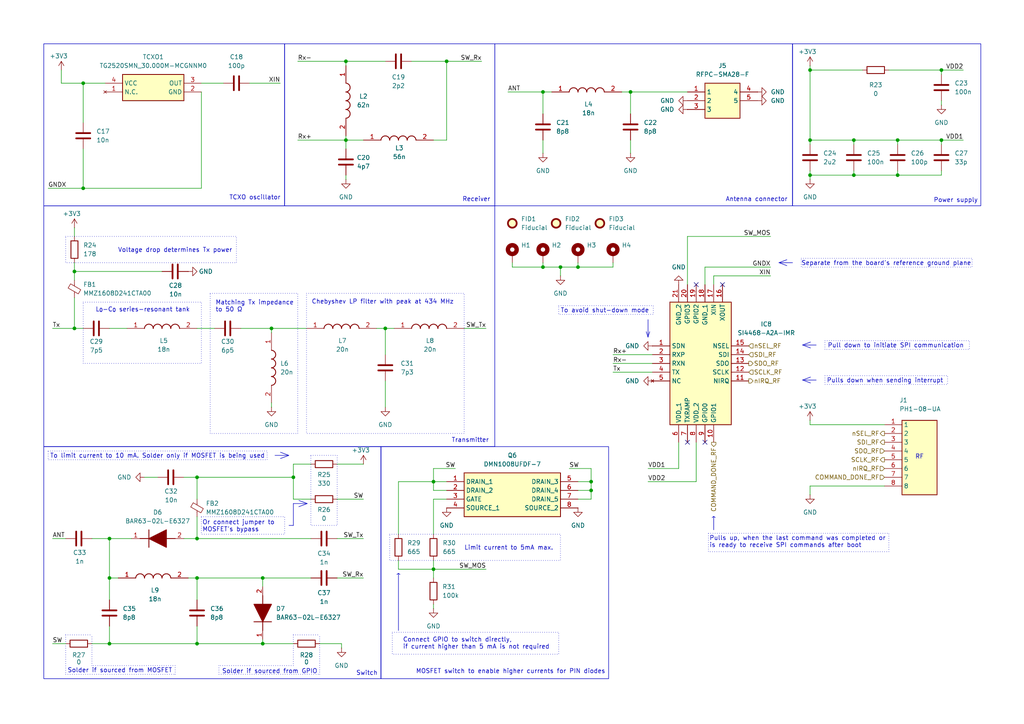
<source format=kicad_sch>
(kicad_sch (version 20231120) (generator "eeschema") (generator_version "8.0")
  (paper "A4")
  (junction (at 76.2 186.69))
  (junction (at 273.05 20.32))
  (junction (at 31.75 167.64))
  (junction (at 100.33 40.64))
  (junction (at 125.73 165.1))
  (junction (at 273.05 40.64))
  (junction (at 76.2 167.64))
  (junction (at 157.48 77.47))
  (junction (at 57.15 186.69))
  (junction (at 234.95 50.8))
  (junction (at 31.75 186.69))
  (junction (at 57.15 156.21))
  (junction (at 129.54 17.78))
  (junction (at 85.09 138.43))
  (junction (at 125.73 139.7))
  (junction (at 260.35 40.64))
  (junction (at 247.65 40.64))
  (junction (at 24.13 24.13))
  (junction (at 157.48 26.67))
  (junction (at 24.13 54.61))
  (junction (at 171.45 142.24))
  (junction (at 111.76 95.25))
  (junction (at 247.65 50.8))
  (junction (at 167.64 77.47))
  (junction (at 162.56 77.47))
  (junction (at 57.15 167.64))
  (junction (at 78.74 95.25))
  (junction (at 234.95 40.64))
  (junction (at 21.59 78.74))
  (junction (at 260.35 50.8))
  (junction (at 182.88 26.67))
  (junction (at 31.75 156.21))
  (junction (at 21.59 95.25))
  (junction (at 57.15 138.43))
  (junction (at 100.33 17.78))
  (junction (at 171.45 139.7))
  (junction (at 234.95 20.32))
  (no_connect (at 204.47 128.27))
  (no_connect (at 201.93 82.55))
  (no_connect (at 209.55 82.55))
  (no_connect (at 199.39 128.27))
  (wire (pts (xy 85.09 144.78) (xy 85.09 138.43)))
  (wire (pts (xy 17.78 20.32) (xy 17.78 24.13)))
  (wire (pts (xy 97.79 167.64) (xy 105.41 167.64)))
  (wire (pts (xy 57.15 181.61) (xy 57.15 186.69)))
  (wire (pts (xy 162.56 80.01) (xy 162.56 77.47)))
  (wire (pts (xy 99.06 186.69) (xy 92.71 186.69)))
  (wire (pts (xy 24.13 24.13) (xy 30.48 24.13)))
  (polyline (pts (xy 85.09 146.05) (xy 85.09 152.4)))
  (wire (pts (xy 53.34 138.43) (xy 57.15 138.43)))
  (wire (pts (xy 171.45 144.78) (xy 171.45 142.24)))
  (wire (pts (xy 182.88 40.64) (xy 182.88 44.45)))
  (polyline (pts (xy 226.06 76.2) (xy 229.87 76.2)))
  (wire (pts (xy 125.73 175.26) (xy 125.73 176.53)))
  (wire (pts (xy 273.05 49.53) (xy 273.05 50.8)))
  (wire (pts (xy 132.08 135.89) (xy 125.73 135.89)))
  (wire (pts (xy 21.59 76.2) (xy 21.59 78.74)))
  (wire (pts (xy 234.95 50.8) (xy 234.95 52.07)))
  (wire (pts (xy 21.59 78.74) (xy 21.59 81.28)))
  (wire (pts (xy 21.59 78.74) (xy 46.99 78.74)))
  (wire (pts (xy 157.48 40.64) (xy 157.48 44.45)))
  (polyline (pts (xy 79.756 132.08) (xy 83.566 132.08)))
  (polyline (pts (xy 83.82 152.4) (xy 85.09 152.4)))
  (wire (pts (xy 134.62 95.25) (xy 140.97 95.25)))
  (wire (pts (xy 177.8 102.87) (xy 189.23 102.87)))
  (wire (pts (xy 85.09 134.62) (xy 85.09 138.43)))
  (wire (pts (xy 247.65 49.53) (xy 247.65 50.8)))
  (wire (pts (xy 125.73 40.64) (xy 129.54 40.64)))
  (wire (pts (xy 199.39 68.58) (xy 199.39 82.55)))
  (wire (pts (xy 15.24 156.21) (xy 19.05 156.21)))
  (wire (pts (xy 273.05 29.21) (xy 273.05 30.48)))
  (wire (pts (xy 78.74 95.25) (xy 78.74 96.52)))
  (wire (pts (xy 207.01 82.55) (xy 207.01 80.01)))
  (wire (pts (xy 125.73 135.89) (xy 125.73 139.7)))
  (wire (pts (xy 99.06 187.96) (xy 99.06 186.69)))
  (wire (pts (xy 125.73 139.7) (xy 129.54 139.7)))
  (wire (pts (xy 260.35 49.53) (xy 260.35 50.8)))
  (wire (pts (xy 129.54 40.64) (xy 129.54 17.78)))
  (wire (pts (xy 78.74 95.25) (xy 88.9 95.25)))
  (wire (pts (xy 273.05 50.8) (xy 260.35 50.8)))
  (wire (pts (xy 234.95 121.92) (xy 234.95 123.19)))
  (polyline (pts (xy 85.09 193.04) (xy 63.5 193.04)) (stroke (width 0) (type dot)))
  (wire (pts (xy 157.48 26.67) (xy 160.02 26.67)))
  (wire (pts (xy 125.73 162.56) (xy 125.73 165.1)))
  (wire (pts (xy 69.85 95.25) (xy 78.74 95.25)))
  (polyline (pts (xy 19.05 184.15) (xy 26.67 184.15)) (stroke (width 0) (type dot)))
  (wire (pts (xy 162.56 77.47) (xy 157.48 77.47)))
  (polyline (pts (xy 63.5 195.58) (xy 66.04 195.58)) (stroke (width 0) (type dot)))
  (polyline (pts (xy 26.67 193.04) (xy 26.67 184.15)) (stroke (width 0) (type dot)))
  (wire (pts (xy 31.75 181.61) (xy 31.75 186.69)))
  (wire (pts (xy 177.8 105.41) (xy 189.23 105.41)))
  (wire (pts (xy 13.97 54.61) (xy 24.13 54.61)))
  (polyline (pts (xy 50.8 193.04) (xy 26.67 193.04)) (stroke (width 0) (type dot)))
  (polyline (pts (xy 63.5 193.04) (xy 63.5 195.58)) (stroke (width 0) (type dot)))
  (wire (pts (xy 57.15 95.25) (xy 62.23 95.25)))
  (wire (pts (xy 100.33 19.05) (xy 100.33 17.78)))
  (wire (pts (xy 76.2 185.42) (xy 76.2 186.69)))
  (wire (pts (xy 31.75 156.21) (xy 38.1 156.21)))
  (polyline (pts (xy 187.96 92.71) (xy 187.96 97.79)))
  (wire (pts (xy 26.67 186.69) (xy 31.75 186.69)))
  (wire (pts (xy 234.95 19.05) (xy 234.95 20.32)))
  (wire (pts (xy 41.91 138.43) (xy 45.72 138.43)))
  (wire (pts (xy 234.95 143.51) (xy 234.95 140.97)))
  (wire (pts (xy 24.13 54.61) (xy 58.42 54.61)))
  (wire (pts (xy 76.2 170.18) (xy 76.2 167.64)))
  (wire (pts (xy 119.38 17.78) (xy 129.54 17.78)))
  (wire (pts (xy 204.47 77.47) (xy 223.52 77.47)))
  (wire (pts (xy 100.33 17.78) (xy 111.76 17.78)))
  (wire (pts (xy 260.35 50.8) (xy 247.65 50.8)))
  (wire (pts (xy 24.13 43.18) (xy 24.13 54.61)))
  (wire (pts (xy 115.57 165.1) (xy 125.73 165.1)))
  (wire (pts (xy 57.15 138.43) (xy 57.15 144.78)))
  (wire (pts (xy 273.05 41.91) (xy 273.05 40.64)))
  (wire (pts (xy 273.05 20.32) (xy 273.05 21.59)))
  (wire (pts (xy 15.24 186.69) (xy 19.05 186.69)))
  (wire (pts (xy 260.35 40.64) (xy 247.65 40.64)))
  (wire (pts (xy 165.1 135.89) (xy 171.45 135.89)))
  (polyline (pts (xy 50.8 195.58) (xy 50.8 193.04)) (stroke (width 0) (type dot)))
  (wire (pts (xy 187.96 139.7) (xy 201.93 139.7)))
  (wire (pts (xy 129.54 142.24) (xy 125.73 142.24)))
  (wire (pts (xy 86.36 17.78) (xy 100.33 17.78)))
  (wire (pts (xy 273.05 40.64) (xy 279.4 40.64)))
  (wire (pts (xy 57.15 149.86) (xy 57.15 156.21)))
  (wire (pts (xy 72.39 24.13) (xy 81.28 24.13)))
  (wire (pts (xy 223.52 68.58) (xy 199.39 68.58)))
  (wire (pts (xy 148.59 76.2) (xy 148.59 77.47)))
  (wire (pts (xy 115.57 162.56) (xy 115.57 165.1)))
  (wire (pts (xy 21.59 95.25) (xy 24.13 95.25)))
  (wire (pts (xy 85.09 134.62) (xy 90.17 134.62)))
  (wire (pts (xy 90.17 144.78) (xy 85.09 144.78)))
  (wire (pts (xy 58.42 54.61) (xy 58.42 26.67)))
  (wire (pts (xy 114.3 95.25) (xy 111.76 95.25)))
  (wire (pts (xy 171.45 139.7) (xy 171.45 135.89)))
  (wire (pts (xy 76.2 167.64) (xy 90.17 167.64)))
  (wire (pts (xy 162.56 77.47) (xy 167.64 77.47)))
  (wire (pts (xy 177.8 76.2) (xy 177.8 77.47)))
  (wire (pts (xy 111.76 102.87) (xy 111.76 95.25)))
  (wire (pts (xy 260.35 41.91) (xy 260.35 40.64)))
  (wire (pts (xy 247.65 41.91) (xy 247.65 40.64)))
  (polyline (pts (xy 19.05 195.58) (xy 50.8 195.58)) (stroke (width 0) (type dot)))
  (wire (pts (xy 157.48 76.2) (xy 157.48 77.47)))
  (wire (pts (xy 97.79 134.62) (xy 105.41 134.62)))
  (wire (pts (xy 17.78 24.13) (xy 24.13 24.13)))
  (wire (pts (xy 24.13 24.13) (xy 24.13 35.56)))
  (polyline (pts (xy 232.918 110.236) (xy 236.728 110.236)))
  (wire (pts (xy 157.48 33.02) (xy 157.48 26.67)))
  (polyline (pts (xy 85.09 184.15) (xy 92.71 184.15)) (stroke (width 0) (type dot)))
  (wire (pts (xy 167.64 76.2) (xy 167.64 77.47)))
  (wire (pts (xy 182.88 26.67) (xy 182.88 33.02)))
  (wire (pts (xy 53.34 156.21) (xy 57.15 156.21)))
  (wire (pts (xy 234.95 20.32) (xy 250.19 20.32)))
  (wire (pts (xy 234.95 140.97) (xy 256.54 140.97)))
  (wire (pts (xy 273.05 20.32) (xy 279.4 20.32)))
  (wire (pts (xy 167.64 77.47) (xy 177.8 77.47)))
  (wire (pts (xy 148.59 77.47) (xy 157.48 77.47)))
  (wire (pts (xy 129.54 17.78) (xy 139.7 17.78)))
  (wire (pts (xy 31.75 167.64) (xy 34.29 167.64)))
  (wire (pts (xy 58.42 24.13) (xy 64.77 24.13)))
  (wire (pts (xy 125.73 154.94) (xy 125.73 144.78)))
  (wire (pts (xy 177.8 107.95) (xy 189.23 107.95)))
  (wire (pts (xy 257.81 20.32) (xy 273.05 20.32)))
  (polyline (pts (xy 19.05 184.15) (xy 19.05 195.58)) (stroke (width 0) (type dot)))
  (wire (pts (xy 234.95 50.8) (xy 247.65 50.8)))
  (wire (pts (xy 187.96 135.89) (xy 196.85 135.89)))
  (wire (pts (xy 260.35 40.64) (xy 273.05 40.64)))
  (wire (pts (xy 125.73 165.1) (xy 125.73 167.64)))
  (wire (pts (xy 115.57 139.7) (xy 125.73 139.7)))
  (wire (pts (xy 125.73 144.78) (xy 129.54 144.78)))
  (wire (pts (xy 100.33 50.8) (xy 100.33 52.07)))
  (wire (pts (xy 57.15 186.69) (xy 76.2 186.69)))
  (wire (pts (xy 31.75 173.99) (xy 31.75 167.64)))
  (wire (pts (xy 147.32 26.67) (xy 157.48 26.67)))
  (polyline (pts (xy 92.71 195.58) (xy 92.71 184.15)) (stroke (width 0) (type dot)))
  (wire (pts (xy 180.34 26.67) (xy 182.88 26.67)))
  (wire (pts (xy 21.59 66.04) (xy 21.59 68.58)))
  (wire (pts (xy 234.95 49.53) (xy 234.95 50.8)))
  (wire (pts (xy 97.79 144.78) (xy 105.41 144.78)))
  (wire (pts (xy 196.85 135.89) (xy 196.85 128.27)))
  (wire (pts (xy 234.95 40.64) (xy 247.65 40.64)))
  (wire (pts (xy 182.88 26.67) (xy 199.39 26.67)))
  (wire (pts (xy 26.67 156.21) (xy 31.75 156.21)))
  (polyline (pts (xy 232.918 100.076) (xy 236.728 100.076)))
  (wire (pts (xy 21.59 86.36) (xy 21.59 95.25)))
  (wire (pts (xy 57.15 167.64) (xy 57.15 173.99)))
  (wire (pts (xy 111.76 95.25) (xy 109.22 95.25)))
  (wire (pts (xy 234.95 20.32) (xy 234.95 40.64)))
  (wire (pts (xy 31.75 156.21) (xy 31.75 167.64)))
  (wire (pts (xy 234.95 40.64) (xy 234.95 41.91)))
  (wire (pts (xy 100.33 40.64) (xy 105.41 40.64)))
  (polyline (pts (xy 115.57 166.37) (xy 115.57 182.88)))
  (wire (pts (xy 201.93 128.27) (xy 201.93 139.7)))
  (polyline (pts (xy 85.09 184.15) (xy 85.09 193.04)) (stroke (width 0) (type dot)))
  (wire (pts (xy 100.33 40.64) (xy 100.33 43.18)))
  (polyline (pts (xy 66.04 195.58) (xy 92.71 195.58)) (stroke (width 0) (type dot)))
  (wire (pts (xy 86.36 40.64) (xy 100.33 40.64)))
  (wire (pts (xy 15.24 95.25) (xy 21.59 95.25)))
  (wire (pts (xy 204.47 77.47) (xy 204.47 82.55)))
  (wire (pts (xy 167.64 142.24) (xy 171.45 142.24)))
  (wire (pts (xy 57.15 156.21) (xy 90.17 156.21)))
  (wire (pts (xy 97.79 156.21) (xy 105.41 156.21)))
  (wire (pts (xy 31.75 95.25) (xy 36.83 95.25)))
  (wire (pts (xy 207.01 80.01) (xy 223.52 80.01)))
  (wire (pts (xy 76.2 186.69) (xy 85.09 186.69)))
  (wire (pts (xy 115.57 154.94) (xy 115.57 139.7)))
  (wire (pts (xy 76.2 167.64) (xy 57.15 167.64)))
  (wire (pts (xy 171.45 144.78) (xy 167.64 144.78)))
  (polyline (pts (xy 207.01 149.86) (xy 207.01 153.67)))
  (wire (pts (xy 125.73 142.24) (xy 125.73 139.7)))
  (wire (pts (xy 54.61 167.64) (xy 57.15 167.64)))
  (wire (pts (xy 167.64 139.7) (xy 171.45 139.7)))
  (wire (pts (xy 100.33 39.37) (xy 100.33 40.64)))
  (wire (pts (xy 78.74 116.84) (xy 78.74 118.11)))
  (polyline (pts (xy 85.09 146.05) (xy 88.9 146.05)))
  (wire (pts (xy 85.09 138.43) (xy 57.15 138.43)))
  (wire (pts (xy 111.76 110.49) (xy 111.76 118.11)))
  (wire (pts (xy 234.95 123.19) (xy 256.54 123.19)))
  (wire (pts (xy 171.45 142.24) (xy 171.45 139.7)))
  (wire (pts (xy 31.75 186.69) (xy 57.15 186.69)))
  (wire (pts (xy 125.73 165.1) (xy 140.97 165.1)))
  (rectangle (start 13.97 130.81) (end 77.47 133.35) (stroke (width 0) (type dot)))
  (rectangle (start 205.486 154.686) (end 257.81 160.02) (stroke (width 0) (type dot)))
  (rectangle (start 239.268 108.966) (end 274.828 111.506) (stroke (width 0) (type dot)))
  (rectangle (start 82.55 12.7) (end 143.51 59.69))
  (rectangle (start 12.7 59.69) (end 143.51 129.54))
  (rectangle (start 90.17 132.08) (end 97.79 152.4) (stroke (width 0) (type dot)))
  (rectangle (start 24.13 87.63) (end 58.42 105.41) (stroke (width 0) (type dot)))
  (rectangle (start 58.42 149.86) (end 82.55 154.94) (stroke (width 0) (type dot)))
  (rectangle (start 113.03 154.94) (end 162.56 162.56) (stroke (width 0) (type dot)))
  (rectangle (start 229.87 12.7) (end 284.48 59.69))
  (rectangle (start 19.05 68.58) (end 68.58 76.2) (stroke (width 0) (type dot)))
  (rectangle (start 113.792 183.388) (end 162.052 189.738) (stroke (width 0) (type dot)))
  (rectangle (start 110.49 129.54) (end 176.53 196.85))
  (rectangle (start 232.41 74.93) (end 281.94 77.47) (stroke (width 0) (type dot)))
  (rectangle (start 143.51 12.7) (end 229.87 59.69))
  (rectangle (start 12.7 12.7) (end 82.55 59.69))
  (rectangle (start 239.268 98.806) (end 281.178 101.346) (stroke (width 0) (type dot)))
  (rectangle (start 162.052 88.646) (end 189.484 91.186) (stroke (width 0) (type dot)))
  (rectangle (start 12.7 129.54) (end 110.49 196.85))
  (rectangle (start 60.96 85.09) (end 86.36 125.73) (stroke (width 0) (type dot)))
  (rectangle (start 88.9 85.09) (end 134.62 125.73) (stroke (width 0) (type dot)))
  (text ">" (at 82.55 132.08 0) (effects (font (size 3.175 3.175))))
  (text "Antenna connector" (at 219.456 57.912 0) (effects (font (size 1.27 1.27))))
  (text "Receiver" (at 138.176 57.912 0) (effects (font (size 1.27 1.27))))
  (text ">" (at 87.884 146.05 0) (effects (font (size 3.175 3.175))))
  (text "^" (at 114.808 167.894 0) (effects (font (size 2.3 2.3)) (justify left)))
  (text "Separate from the board's reference ground plane" (at 232.41 76.454 0) (effects (font (size 1.27 1.27)) (justify left)))
  (text "Switch" (at 106.426 195.326 0) (effects (font (size 1.27 1.27))))
  (text "Pulls up, when the last command was completed or\nis ready to receive SPI commands after boot" (at 205.74 157.226 0) (effects (font (size 1.27 1.27)) (justify left)))
  (text "RF" (at 266.7 132.588 0) (effects (font (size 1.27 1.27))))
  (text "Solder if sourced from MOSFET" (at 19.558 194.564 0) (effects (font (size 1.27 1.27)) (justify left)))
  (text "To limit current to 10 mA. Solder only if MOSFET is being used" (at 14.478 132.334 0) (effects (font (size 1.27 1.27)) (justify left)))
  (text "Chebyshev LP filter with peak at 434 MHz" (at 110.998 87.63 0) (effects (font (size 1.27 1.27))))
  (text "Or connect jumper to \nMOSFET's bypass" (at 58.674 152.654 0) (effects (font (size 1.27 1.27)) (justify left)))
  (text "Solder if sourced from GPIO" (at 78.232 194.818 0) (effects (font (size 1.27 1.27))))
  (text "<" (at 227.076 76.2 0) (effects (font (size 3 3))))
  (text "Limit current to 5mA max." (at 147.574 159.004 0) (effects (font (size 1.27 1.27))))
  (text "<" (at 233.934 100.076 0) (effects (font (size 3 3))))
  (text "Voltage drop determines Tx power" (at 50.8 72.644 0) (effects (font (size 1.27 1.27))))
  (text "Pulls down when sending interrupt" (at 239.776 110.49 0) (effects (font (size 1.27 1.27)) (justify left)))
  (text "Transmitter" (at 136.398 127.762 0) (effects (font (size 1.27 1.27))))
  (text "^" (at 206.248 151.384 0) (effects (font (size 2.3 2.3)) (justify left)))
  (text "To avoid shut-down mode" (at 162.56 90.17 0) (effects (font (size 1.27 1.27)) (justify left)))
  (text "Pull down to initiate SPI communication" (at 240.03 100.33 0) (effects (font (size 1.27 1.27)) (justify left)))
  (text "Connect GPIO to switch directly, \nif current higher than 5 mA is not required" (at 116.84 186.69 0) (effects (font (size 1.27 1.27)) (justify left)))
  (text "Power supply" (at 270.764 58.166 0) (effects (font (size 1.27 1.27)) (justify left)))
  (text "Matching Tx impedance \nto 50 Ω" (at 62.484 88.9 0) (effects (font (size 1.27 1.27)) (justify left)))
  (text "V" (at 187.198 97.282 0) (effects (font (size 1.5 1.5)) (justify left)))
  (text "<" (at 233.934 110.236 0) (effects (font (size 3 3))))
  (text "MOSFET switch to enable higher currents for PIN diodes " (at 148.59 194.818 0) (effects (font (size 1.27 1.27))))
  (text "TCXO oscillator " (at 74.422 57.404 0) (effects (font (size 1.27 1.27))))
  (text "L_{0}-C_{0} series-resonant tank" (at 41.402 89.916 0) (effects (font (size 1.27 1.27))))
  (label "ANT" (at 147.32 26.67 0))
  (label "Rx+" (at 177.8 102.87 0))
  (label "VDD1" (at 187.96 135.89 0))
  (label "SW" (at 105.41 144.78 180))
  (label "SW" (at 165.1 135.89 0))
  (label "Tx" (at 177.8 107.95 0))
  (label "SW_Tx" (at 105.41 156.21 180))
  (label "SW_Tx" (at 140.97 95.25 180))
  (label "Rx-" (at 86.36 17.78 0))
  (label "GNDX" (at 223.52 77.47 180))
  (label "SW" (at 15.24 186.69 0))
  (label "VDD2" (at 187.96 139.7 0))
  (label "ANT" (at 15.24 156.21 0))
  (label "XIN" (at 81.28 24.13 180))
  (label "SW" (at 132.08 135.89 180))
  (label "XIN" (at 223.52 80.01 180))
  (label "SW_Rx" (at 105.41 167.64 180))
  (label "Tx" (at 15.24 95.25 0))
  (label "SW_MOS" (at 223.52 68.58 180))
  (label "GNDX" (at 13.97 54.61 0))
  (label "SW_Rx" (at 139.7 17.78 180))
  (label "SW_MOS" (at 140.97 165.1 180))
  (label "VDD1" (at 279.4 40.64 180))
  (label "Rx-" (at 177.8 105.41 0))
  (label "Rx+" (at 86.36 40.64 0))
  (label "VDD2" (at 279.4 20.32 180))
  (hierarchical_label "SDO_RF" (shape output) (at 217.17 105.41 0))
  (hierarchical_label "SDI_RF" (shape output) (at 256.54 128.27 180))
  (hierarchical_label "COMMAND_DONE_RF" (shape output) (at 207.01 128.27 270))
  (hierarchical_label "SDI_RF" (shape input) (at 217.17 102.87 0))
  (hierarchical_label "SCLK_RF" (shape output) (at 256.54 133.35 180))
  (hierarchical_label "nIRQ_RF" (shape output) (at 217.17 110.49 0))
  (hierarchical_label "nIRQ_RF" (shape input) (at 256.54 135.89 180))
  (hierarchical_label "COMMAND_DONE_RF" (shape input) (at 256.54 138.43 180))
  (hierarchical_label "nSEL_RF" (shape output) (at 256.54 125.73 180))
  (hierarchical_label "nSEL_RF" (shape input) (at 217.17 100.33 0))
  (hierarchical_label "SCLK_RF" (shape input) (at 217.17 107.95 0))
  (hierarchical_label "SDO_RF" (shape input) (at 256.54 130.81 180))
  (symbol (lib_id "power:GND") (at 167.64 147.32 0) (unit 1)
    (property "Reference" "#PWR089" (effects (hide yes)))
    (property "Value" "GND" (at 167.64 152.4 0))
    (property "Description" "Power symbol creates a global label with name \"GND\" , ground" (effects (hide yes)))
  )
  (symbol (lib_id "power:+3V3") (at 105.41 134.62 0) (unit 1)
    (property "Reference" "#PWR078" (effects (hide yes)))
    (property "Value" "+3V3" (at 104.648 130.556 0))
    (property "Description" "Power symbol creates a global label with name \"+3V3\"" (effects (hide yes)))
  )
  (symbol (lib_id "Device:C") (at 66.04 95.25 90) (unit 1)
    (property "Reference" "C30" (at 66.04 99.06 90))
    (property "Value" "6p5" (at 66.04 101.6 90))
    (property "Footprint" "Capacitor_SMD:C_0402_1005Metric" (effects (hide yes)))
    (property "Description" "Unpolarized capacitor" (effects (hide yes)))
  )
  (symbol (lib_id "power:+3V3") (at 234.95 19.05 0) (unit 1)
    (property "Reference" "#PWR093" (effects (hide yes)))
    (property "Value" "+3V3" (at 234.188 14.986 0))
    (property "Description" "Power symbol creates a global label with name \"+3V3\"" (effects (hide yes)))
  )
  (symbol (lib_id "SamacSys_Parts:TG2520SMN_30.000M-MCGNNM0") (at 30.48 24.13 0) (unit 1)
    (property "Reference" "TCXO1" (at 44.45 16.51 0))
    (property "Value" "TG2520SMN_30.000M-MCGNNM0" (at 44.45 19.05 0))
    (property "Footprint" "TG2520SMN30000MMCGNNM0" (effects (hide yes)))
    (property "Datasheet" "https://support.epson.biz/td/api/doc_check.php?dl=brief_TG2520SMN&lang=en" (effects (hide yes)))
    (property "Description" "TCXO Oscillators TCXO 30 MHz, 2.8V 3.3V 0.5PPM -40 85C NON O/E 1K TR" (effects (hide yes)))
    (property "Height" "0.8" (effects (hide yes)))
    (property "Manufacturer_Name" "Epson Timing" (effects (hide yes)))
    (property "Manufacturer_Part_Number" "TG2520SMN 30.000M-MCGNNM0" (effects (hide yes)))
    (property "Mouser Part Number" "732-2520SMN30MCGNNM0" (effects (hide yes)))
    (property "Mouser Price/Stock" "https://www.mouser.co.uk/ProductDetail/Epson-Timing/TG2520SMN-30.000M-MCGNNM0?qs=XAiT9M5g4x8WUmlIG9y14Q%3D%3D" (effects (hide yes)))
  )
  (symbol (lib_id "Device:C") (at 260.35 45.72 0) (unit 1)
    (property "Reference" "C26" (at 264.16 44.4499 0) (effects (justify left)))
    (property "Value" "100p" (at 264.16 46.9899 0) (effects (justify left)))
    (property "Footprint" "Capacitor_SMD:C_0603_1608Metric" (effects (hide yes)))
    (property "Description" "Unpolarized capacitor" (effects (hide yes)))
  )
  (symbol (lib_id "power:GND") (at 219.71 29.21 90) (unit 1)
    (property "Reference" "#PWR085" (effects (hide yes)))
    (property "Value" "GND" (at 223.52 29.2099 90) (effects (justify right)))
    (property "Description" "Power symbol creates a global label with name \"GND\" , ground" (effects (hide yes)))
  )
  (symbol (lib_id "power:GND") (at 182.88 44.45 0) (unit 1)
    (property "Reference" "#PWR082" (effects (hide yes)))
    (property "Value" "GND" (at 182.88 49.53 0))
    (property "Description" "Power symbol creates a global label with name \"GND\" , ground" (effects (hide yes)))
  )
  (symbol (lib_id "power:GND") (at 199.39 31.75 270) (unit 1)
    (property "Reference" "#PWR084" (effects (hide yes)))
    (property "Value" "GND" (at 195.58 31.7499 90) (effects (justify right)))
    (property "Description" "Power symbol creates a global label with name \"GND\" , ground" (effects (hide yes)))
  )
  (symbol (lib_id "Device:R") (at 125.73 158.75 180) (unit 1)
    (property "Reference" "R30" (at 130.302 157.48 0))
    (property "Value" "665" (at 130.302 160.02 0))
    (property "Footprint" "Resistor_SMD:R_0402_1005Metric" (effects (hide yes)))
    (property "Description" "Resistor" (effects (hide yes)))
  )
  (symbol (lib_id "SamacSys_Parts:LQW15AN20NG00D") (at 160.02 26.67 0) (unit 1)
    (property "Reference" "L4" (at 170.688 30.226 0))
    (property "Value" "18n" (at 170.688 32.766 0))
    (property "Footprint" "LQW15CNR20J00B" (effects (hide yes)))
    (property "Datasheet" "https://search.murata.co.jp/Ceramy/image/img/P02/JELF243A-0050.pdf" (effects (hide yes)))
    (property "Description" "Murata LQW15A Series Wire-wound SMD Inductor with a Ferrite Core, 0.02 uH +/-2% 370mA Idc Q:25" (effects (hide yes)))
    (property "Height" "0.6" (effects (hide yes)))
    (property "Manufacturer_Name" "Murata Electronics" (effects (hide yes)))
    (property "Manufacturer_Part_Number" "LQW15AN20NG00D" (effects (hide yes)))
    (property "Mouser Part Number" "81-LQW15AN20NG00D" (effects (hide yes)))
    (property "Mouser Price/Stock" "https://www.mouser.com/Search/Refine.aspx?Keyword=81-LQW15AN20NG00D" (effects (hide yes)))
    (property "Arrow Part Number" "LQW15AN20NG00D" (effects (hide yes)))
    (property "Arrow Price/Stock" "https://www.arrow.com/en/products/lqw15an20ng00d/murata-manufacturing?region=nac" (effects (hide yes)))
  )
  (symbol (lib_id "Device:R") (at 21.59 72.39 0) (unit 1)
    (property "Reference" "R24" (at 24.13 71.1199 0) (effects (justify left)))
    (property "Value" "178" (at 24.13 73.6599 0) (effects (justify left)))
    (property "Footprint" "Resistor_SMD:R_0402_1005Metric" (effects (hide yes)))
    (property "Description" "Resistor" (effects (hide yes)))
  )
  (symbol (lib_id "power:+3V3") (at 21.59 66.04 0) (unit 1)
    (property "Reference" "#PWR076" (effects (hide yes)))
    (property "Value" "+3V3" (at 20.828 61.976 0))
    (property "Description" "Power symbol creates a global label with name \"+3V3\"" (effects (hide yes)))
  )
  (symbol (lib_id "power:GND") (at 234.95 143.51 0) (unit 1)
    (property "Reference" "#PWR02" (effects (hide yes)))
    (property "Value" "GND" (at 234.95 148.59 0))
    (property "Description" "Power symbol creates a global label with name \"GND\" , ground" (effects (hide yes)))
  )
  (symbol (lib_id "power:GND") (at 189.23 110.49 270) (unit 1)
    (property "Reference" "#PWR090" (effects (hide yes)))
    (property "Value" "GND" (at 185.42 110.4899 90) (effects (justify right)))
    (property "Description" "Power symbol creates a global label with name \"GND\" , ground" (effects (hide yes)))
  )
  (symbol (lib_id "power:GND") (at 157.48 44.45 0) (unit 1)
    (property "Reference" "#PWR081" (effects (hide yes)))
    (property "Value" "GND" (at 157.48 49.53 0))
    (property "Description" "Power symbol creates a global label with name \"GND\" , ground" (effects (hide yes)))
  )
  (symbol (lib_id "power:GND") (at 111.76 118.11 0) (unit 1)
    (property "Reference" "#PWR062" (effects (hide yes)))
    (property "Value" "GND" (at 111.76 123.19 0))
    (property "Description" "Power symbol creates a global label with name \"GND\" , ground" (effects (hide yes)))
  )
  (symbol (lib_id "Device:C") (at 57.15 177.8 0) (unit 1)
    (property "Reference" "C36" (at 60.96 176.5299 0) (effects (justify left)))
    (property "Value" "8p8" (at 60.96 179.0699 0) (effects (justify left)))
    (property "Footprint" "Capacitor_SMD:C_0402_1005Metric" (effects (hide yes)))
    (property "Description" "Unpolarized capacitor" (effects (hide yes)))
  )
  (symbol (lib_id "SamacSys_Parts:LQW15AN20NG00D") (at 88.9 95.25 0) (unit 1)
    (property "Reference" "L7" (at 99.314 98.806 0))
    (property "Value" "20n" (at 99.314 101.346 0))
    (property "Footprint" "LQW15CNR20J00B" (effects (hide yes)))
    (property "Datasheet" "https://search.murata.co.jp/Ceramy/image/img/P02/JELF243A-0050.pdf" (effects (hide yes)))
    (property "Description" "Murata LQW15A Series Wire-wound SMD Inductor with a Ferrite Core, 0.02 uH +/-2% 370mA Idc Q:25" (effects (hide yes)))
    (property "Height" "0.6" (effects (hide yes)))
    (property "Manufacturer_Name" "Murata Electronics" (effects (hide yes)))
    (property "Manufacturer_Part_Number" "LQW15AN20NG00D" (effects (hide yes)))
    (property "Mouser Part Number" "81-LQW15AN20NG00D" (effects (hide yes)))
    (property "Mouser Price/Stock" "https://www.mouser.com/Search/Refine.aspx?Keyword=81-LQW15AN20NG00D" (effects (hide yes)))
    (property "Arrow Part Number" "LQW15AN20NG00D" (effects (hide yes)))
    (property "Arrow Price/Stock" "https://www.arrow.com/en/products/lqw15an20ng00d/murata-manufacturing?region=nac" (effects (hide yes)))
  )
  (symbol (lib_id "Device:R") (at 88.9 186.69 270) (unit 1)
    (property "Reference" "R28" (at 88.9 189.992 90))
    (property "Value" "0" (at 88.9 192.024 90))
    (property "Footprint" "Resistor_SMD:R_0603_1608Metric" (effects (hide yes)))
    (property "Description" "Resistor" (effects (hide yes)))
  )
  (symbol (lib_id "Device:C") (at 31.75 177.8 0) (unit 1)
    (property "Reference" "C35" (at 35.56 176.5299 0) (effects (justify left)))
    (property "Value" "8p8" (at 35.56 179.0699 0) (effects (justify left)))
    (property "Footprint" "Capacitor_SMD:C_0402_1005Metric" (effects (hide yes)))
    (property "Description" "Unpolarized capacitor" (effects (hide yes)))
  )
  (symbol (lib_id "power:GND") (at 54.61 78.74 90) (unit 1)
    (property "Reference" "#PWR074" (effects (hide yes)))
    (property "Value" "GND" (at 59.69 78.74 90))
    (property "Description" "Power symbol creates a global label with name \"GND\" , ground" (effects (hide yes)))
  )
  (symbol (lib_id "power:GND") (at 41.91 138.43 270) (unit 1)
    (property "Reference" "#PWR077" (effects (hide yes)))
    (property "Value" "GND" (at 38.1 138.4299 90) (effects (justify right)))
    (property "Description" "Power symbol creates a global label with name \"GND\" , ground" (effects (hide yes)))
  )
  (symbol (lib_id "Device:R") (at 125.73 171.45 0) (unit 1)
    (property "Reference" "R31" (at 128.27 170.18 0) (effects (justify left)))
    (property "Value" "100k" (at 128.27 172.72 0) (effects (justify left)))
    (property "Footprint" "Resistor_SMD:R_0402_1005Metric" (effects (hide yes)))
    (property "Description" "Resistor" (effects (hide yes)))
  )
  (symbol (lib_id "SamacSys_Parts:RFPC-SMA28-F") (at 199.39 26.67 0) (unit 1)
    (property "Reference" "J5" (at 209.55 19.05 0))
    (property "Value" "RFPC-SMA28-F" (at 209.55 21.59 0))
    (property "Footprint" "RFPCSMA28F" (effects (hide yes)))
    (property "Datasheet" "https://www.gradconn.com/Products/RFConnector/PCBConnector/RFPC-SMA28-F?fbclid=IwZXh0bgNhZW0CMTEAAR09Qew3iKAi8gaSNFNSrnLXO8O0tsXvAWH8PB3TmdE2p-pfH-dhvwfyNcU_aem_Czrii3CnLYG8NfbgDU-ugg" (effects (hide yes)))
    (property "Description" "SMA Connector Jack, Female Socket 50 Ohms Through Hole Solder" (effects (hide yes)))
    (property "Height" "9.8" (effects (hide yes)))
    (property "Manufacturer_Name" "Gradconn" (effects (hide yes)))
    (property "Manufacturer_Part_Number" "RFPC-SMA28-F" (effects (hide yes)))
    (property "Mouser Part Number" "640-RFPCSMA28F" (effects (hide yes)))
    (property "Mouser Price/Stock" "https://www.mouser.co.uk/ProductDetail/Gradconn/RFPC-SMA28-F?qs=olJun0bQHM%252BSsX2%2FRiEejA%3D%3D" (effects (hide yes)))
  )
  (symbol (lib_id "Device:C") (at 27.94 95.25 90) (unit 1)
    (property "Reference" "C29" (at 27.94 99.06 90))
    (property "Value" "7p5" (at 27.94 101.6 90))
    (property "Footprint" "Capacitor_SMD:C_0402_1005Metric" (effects (hide yes)))
    (property "Description" "Unpolarized capacitor" (effects (hide yes)))
  )
  (symbol (lib_id "Device:FerriteBead_Small") (at 21.59 83.82 0) (unit 1)
    (property "Reference" "FB1" (at 24.13 82.5118 0) (effects (justify left)))
    (property "Value" "MMZ1608D241CTA00" (at 24.13 85.0518 0) (effects (justify left)))
    (property "Footprint" "SamacSys_Parts:BEADC1608X95N" (effects (hide yes)))
    (property "Description" "Ferrite bead, small symbol" (effects (hide yes)))
  )
  (symbol (lib_id "power:GND") (at 100.33 52.07 0) (unit 1)
    (property "Reference" "#PWR063" (effects (hide yes)))
    (property "Value" "GND" (at 100.33 57.15 0))
    (property "Description" "Power symbol creates a global label with name \"GND\" , ground" (effects (hide yes)))
  )
  (symbol (lib_id "power:GND") (at 199.39 29.21 270) (unit 1)
    (property "Reference" "#PWR083" (effects (hide yes)))
    (property "Value" "GND" (at 195.58 29.2099 90) (effects (justify right)))
    (property "Description" "Power symbol creates a global label with name \"GND\" , ground" (effects (hide yes)))
  )
  (symbol (lib_id "Device:C") (at 68.58 24.13 90) (unit 1)
    (property "Reference" "C18" (at 68.58 16.51 90))
    (property "Value" "100p" (at 68.58 19.05 90))
    (property "Footprint" "Capacitor_SMD:C_0402_1005Metric" (effects (hide yes)))
    (property "Description" "Unpolarized capacitor" (effects (hide yes)))
  )
  (symbol (lib_id "Device:C") (at 50.8 78.74 270) (unit 1)
    (property "Reference" "C28" (at 52.832 82.804 90) (effects (justify right)))
    (property "Value" "10n" (at 52.832 85.344 90) (effects (justify right)))
    (property "Footprint" "Capacitor_SMD:C_0402_1005Metric" (effects (hide yes)))
    (property "Description" "Unpolarized capacitor" (effects (hide yes)))
  )
  (symbol (lib_id "Device:R") (at 115.57 158.75 0) (unit 1)
    (property "Reference" "R29" (at 118.11 157.4799 0) (effects (justify left)))
    (property "Value" "665" (at 118.11 160.0199 0) (effects (justify left)))
    (property "Footprint" "Resistor_SMD:R_0402_1005Metric" (effects (hide yes)))
    (property "Description" "Resistor" (effects (hide yes)))
  )
  (symbol (lib_id "Device:C") (at 273.05 45.72 0) (unit 1)
    (property "Reference" "C27" (at 276.86 44.4499 0) (effects (justify left)))
    (property "Value" "33p" (at 276.86 46.9899 0) (effects (justify left)))
    (property "Footprint" "Capacitor_SMD:C_0402_1005Metric" (effects (hide yes)))
    (property "Description" "Unpolarized capacitor" (effects (hide yes)))
  )
  (symbol (lib_id "Device:R") (at 22.86 186.69 270) (unit 1)
    (property "Reference" "R27" (at 22.86 189.992 90))
    (property "Value" "0" (at 22.86 192.024 90))
    (property "Footprint" "Resistor_SMD:R_0603_1608Metric" (effects (hide yes)))
    (property "Description" "Resistor" (effects (hide yes)))
  )
  (symbol (lib_id "power:GND") (at 129.54 147.32 0) (unit 1)
    (property "Reference" "#PWR088" (effects (hide yes)))
    (property "Value" "GND" (at 129.54 152.4 0))
    (property "Description" "Power symbol creates a global label with name \"GND\" , ground" (effects (hide yes)))
  )
  (symbol (lib_id "Device:C") (at 93.98 156.21 90) (unit 1)
    (property "Reference" "C34" (at 93.98 160.528 90))
    (property "Value" "1n" (at 93.98 163.068 90))
    (property "Footprint" "Capacitor_SMD:C_0402_1005Metric" (effects (hide yes)))
    (property "Description" "Unpolarized capacitor" (effects (hide yes)))
  )
  (symbol (lib_id "SamacSys_Parts:LQW15AN20NG00D") (at 78.74 96.52 270) (unit 1)
    (property "Reference" "L6" (at 81.28 105.4099 90) (effects (justify left)))
    (property "Value" "20n" (at 81.28 107.9499 90) (effects (justify left)))
    (property "Footprint" "LQW15CNR20J00B" (effects (hide yes)))
    (property "Datasheet" "https://search.murata.co.jp/Ceramy/image/img/P02/JELF243A-0050.pdf" (effects (hide yes)))
    (property "Description" "Murata LQW15A Series Wire-wound SMD Inductor with a Ferrite Core, 0.02 uH +/-2% 370mA Idc Q:25" (effects (hide yes)))
    (property "Height" "0.6" (effects (hide yes)))
    (property "Manufacturer_Name" "Murata Electronics" (effects (hide yes)))
    (property "Manufacturer_Part_Number" "LQW15AN20NG00D" (effects (hide yes)))
    (property "Mouser Part Number" "81-LQW15AN20NG00D" (effects (hide yes)))
    (property "Mouser Price/Stock" "https://www.mouser.com/Search/Refine.aspx?Keyword=81-LQW15AN20NG00D" (effects (hide yes)))
    (property "Arrow Part Number" "LQW15AN20NG00D" (effects (hide yes)))
    (property "Arrow Price/Stock" "https://www.arrow.com/en/products/lqw15an20ng00d/murata-manufacturing?region=nac" (effects (hide yes)))
  )
  (symbol (lib_id "power:GND") (at 125.73 176.53 0) (unit 1)
    (property "Reference" "#PWR087" (effects (hide yes)))
    (property "Value" "GND" (at 125.73 181.61 0))
    (property "Description" "Power symbol creates a global label with name \"GND\" , ground" (effects (hide yes)))
  )
  (symbol (lib_id "power:+3V3") (at 17.78 20.32 0) (unit 1)
    (property "Reference" "#PWR075" (effects (hide yes)))
    (property "Value" "+3V3" (at 17.018 16.256 0))
    (property "Description" "Power symbol creates a global label with name \"+3V3\"" (effects (hide yes)))
  )
  (symbol (lib_id "power:GND") (at 234.95 52.07 0) (unit 1)
    (property "Reference" "#PWR094" (effects (hide yes)))
    (property "Value" "GND" (at 234.95 57.15 0))
    (property "Description" "Power symbol creates a global label with name \"GND\" , ground" (effects (hide yes)))
  )
  (symbol (lib_name "PH1-08-UA_1") (lib_id "SamacSys_Parts:PH1-08-UA") (at 256.54 123.19 0) (unit 1)
    (property "Reference" "J1" (at 260.858 116.078 0) (effects (justify left)))
    (property "Value" "PH1-08-UA" (at 260.858 118.618 0) (effects (justify left)))
    (property "Footprint" "HDRV8W64P0X254_1X8_2032X250X888P" (effects (hide yes)))
    (property "Datasheet" "https://app.adam-tech.com/products/download/data_sheet/201605/ph1-xx-ua-data-sheet.pdf" (effects (hide yes)))
    (property "Description" "Conn Unshrouded Header HDR 8 POS 2.54mm Solder ST Thru-Hole" (effects (hide yes)))
    (property "Height" "8.881" (effects (hide yes)))
    (property "Manufacturer_Name" "Adam Tech" (effects (hide yes)))
    (property "Manufacturer_Part_Number" "PH1-08-UA" (effects (hide yes)))
    (property "Mouser Part Number" "737-PH1-08-UA" (effects (hide yes)))
    (property "Mouser Price/Stock" "https://www.mouser.co.uk/ProductDetail/Adam-Tech/PH1-08-UA?qs=HoCaDK9Nz5fwefM2nMHXHA%3D%3D" (effects (hide yes)))
    (property "Arrow Part Number" "PH1-08-UA" (effects (hide yes)))
    (property "Arrow Price/Stock" "https://www.arrow.com/en/products/ph1-08-ua/adam-tech?utm_currency=USD&region=nac" (effects (hide yes)))
  )
  (symbol (lib_id "Device:C") (at 115.57 17.78 90) (unit 1)
    (property "Reference" "C19" (at 115.57 22.352 90))
    (property "Value" "2p2" (at 115.57 24.892 90))
    (property "Footprint" "Capacitor_SMD:C_0402_1005Metric" (effects (hide yes)))
    (property "Description" "Unpolarized capacitor" (effects (hide yes)))
  )
  (symbol (lib_id "SamacSys_Parts:LQW15AN20NG00D") (at 100.33 19.05 270) (unit 1)
    (property "Reference" "L2" (at 105.41 27.94 90))
    (property "Value" "62n" (at 105.41 30.48 90))
    (property "Footprint" "LQW15CNR20J00B" (effects (hide yes)))
    (property "Datasheet" "https://search.murata.co.jp/Ceramy/image/img/P02/JELF243A-0050.pdf" (effects (hide yes)))
    (property "Description" "Murata LQW15A Series Wire-wound SMD Inductor with a Ferrite Core, 0.02 uH +/-2% 370mA Idc Q:25" (effects (hide yes)))
    (property "Height" "0.6" (effects (hide yes)))
    (property "Manufacturer_Name" "Murata Electronics" (effects (hide yes)))
    (property "Manufacturer_Part_Number" "LQW15AN20NG00D" (effects (hide yes)))
    (property "Mouser Part Number" "81-LQW15AN20NG00D" (effects (hide yes)))
    (property "Mouser Price/Stock" "https://www.mouser.com/Search/Refine.aspx?Keyword=81-LQW15AN20NG00D" (effects (hide yes)))
    (property "Arrow Part Number" "LQW15AN20NG00D" (effects (hide yes)))
    (property "Arrow Price/Stock" "https://www.arrow.com/en/products/lqw15an20ng00d/murata-manufacturing?region=nac" (effects (hide yes)))
  )
  (symbol (lib_id "Device:C") (at 111.76 106.68 180) (unit 1)
    (property "Reference" "C31" (at 118.11 105.41 0))
    (property "Value" "7p3" (at 118.11 107.95 0))
    (property "Footprint" "Capacitor_SMD:C_0402_1005Metric" (effects (hide yes)))
    (property "Description" "Unpolarized capacitor" (effects (hide yes)))
  )
  (symbol (lib_id "SamacSys_Parts:BAR63-02L-E6327") (at 76.2 185.42 90) (unit 1)
    (property "Reference" "D7" (at 80.01 176.5299 90) (effects (justify right)))
    (property "Value" "BAR63-02L-E6327" (at 80.01 179.0699 90) (effects (justify right)))
    (property "Footprint" "BAR6302LE6327" (effects (hide yes)))
    (property "Datasheet" "https://rocelec.widen.net/view/pdf/wkwnaj16jm/INFNS15694-1.pdf?t.download=true&u=5oefqw" (effects (hide yes)))
    (property "Description" "RF Diode PIN - Single 50V 100 mA 250 mW PG-TSLP-2-1" (effects (hide yes)))
    (property "Height" "0.5" (effects (hide yes)))
    (property "Manufacturer_Name" "Infineon" (effects (hide yes)))
    (property "Manufacturer_Part_Number" "BAR63-02L-E6327" (effects (hide yes)))
  )
  (symbol (lib_id "Device:C") (at 24.13 39.37 0) (unit 1)
    (property "Reference" "C17" (at 27.94 38.0999 0) (effects (justify left)))
    (property "Value" "10n" (at 27.94 40.6399 0) (effects (justify left)))
    (property "Footprint" "Capacitor_SMD:C_0402_1005Metric" (effects (hide yes)))
    (property "Description" "Unpolarized capacitor" (effects (hide yes)))
  )
  (symbol (lib_id "power:GND") (at 189.23 100.33 270) (unit 1)
    (property "Reference" "#PWR092" (effects (hide yes)))
    (property "Value" "GND" (at 185.42 100.3299 90) (effects (justify right)))
    (property "Description" "Power symbol creates a global label with name \"GND\" , ground" (effects (hide yes)))
  )
  (symbol (lib_id "Mechanical:Fiducial") (at 161.29 64.77 0) (unit 1) (exclude_from_sim yes) (in_bom no)
    (property "Reference" "FID2" (at 163.83 63.4999 0) (effects (justify left)))
    (property "Value" "Fiducial" (at 163.83 66.0399 0) (effects (justify left)))
    (property "Footprint" "Fiducial:Fiducial_1mm_Mask2mm" (effects (hide yes)))
    (property "Description" "Fiducial Marker" (effects (hide yes)))
  )
  (symbol (lib_id "Mechanical:MountingHole_Pad") (at 157.48 73.66 0) (unit 1) (exclude_from_sim yes) (in_bom no)
    (property "Reference" "H2" (at 160.02 71.1199 0) (effects (justify left)))
    (property "Value" "MountingHole_Pad" (effects (hide yes)))
    (property "Footprint" "MountingHole:MountingHole_3.2mm_M3_Pad_Via" (effects (hide yes)))
    (property "Description" "Mounting Hole with connection" (effects (hide yes)))
  )
  (symbol (lib_id "Device:C") (at 182.88 36.83 0) (unit 1)
    (property "Reference" "C22" (at 186.69 35.5599 0) (effects (justify left)))
    (property "Value" "8p8" (at 186.69 38.0999 0) (effects (justify left)))
    (property "Footprint" "Capacitor_SMD:C_0402_1005Metric" (effects (hide yes)))
    (property "Description" "Unpolarized capacitor" (effects (hide yes)))
  )
  (symbol (lib_id "Device:C") (at 93.98 167.64 90) (unit 1)
    (property "Reference" "C37" (at 93.98 171.958 90))
    (property "Value" "1n" (at 93.98 174.498 90))
    (property "Footprint" "Capacitor_SMD:C_0402_1005Metric" (effects (hide yes)))
    (property "Description" "Unpolarized capacitor" (effects (hide yes)))
  )
  (symbol (lib_id "power:GND") (at 273.05 30.48 0) (unit 1)
    (property "Reference" "#PWR095" (effects (hide yes)))
    (property "Value" "GND" (at 273.05 35.56 0))
    (property "Description" "Power symbol creates a global label with name \"GND\" , ground" (effects (hide yes)))
  )
  (symbol (lib_id "SamacSys_Parts:BAR63-02L-E6327") (at 38.1 156.21 0) (unit 1)
    (property "Reference" "D6" (at 45.72 148.59 0))
    (property "Value" "BAR63-02L-E6327" (at 45.72 151.13 0))
    (property "Footprint" "BAR6302LE6327" (effects (hide yes)))
    (property "Datasheet" "https://rocelec.widen.net/view/pdf/wkwnaj16jm/INFNS15694-1.pdf?t.download=true&u=5oefqw" (effects (hide yes)))
    (property "Description" "RF Diode PIN - Single 50V 100 mA 250 mW PG-TSLP-2-1" (effects (hide yes)))
    (property "Height" "0.5" (effects (hide yes)))
    (property "Manufacturer_Name" "Infineon" (effects (hide yes)))
    (property "Manufacturer_Part_Number" "BAR63-02L-E6327" (effects (hide yes)))
  )
  (symbol (lib_id "Device:C") (at 273.05 25.4 0) (unit 1)
    (property "Reference" "C23" (at 276.86 24.1299 0) (effects (justify left)))
    (property "Value" "100n" (at 276.86 26.6699 0) (effects (justify left)))
    (property "Footprint" "Capacitor_SMD:C_0402_1005Metric" (effects (hide yes)))
    (property "Description" "Unpolarized capacitor" (effects (hide yes)))
  )
  (symbol (lib_id "Device:R") (at 254 20.32 90) (unit 1)
    (property "Reference" "R23" (at 254 24.638 90))
    (property "Value" "0" (at 254 27.178 90))
    (property "Footprint" "Resistor_SMD:R_0603_1608Metric" (effects (hide yes)))
    (property "Description" "Resistor" (effects (hide yes)))
  )
  (symbol (lib_id "Device:C") (at 100.33 46.99 180) (unit 1)
    (property "Reference" "C20" (at 105.41 45.72 0))
    (property "Value" "4p7" (at 105.41 48.26 0))
    (property "Footprint" "Capacitor_SMD:C_0402_1005Metric" (effects (hide yes)))
    (property "Description" "Unpolarized capacitor" (effects (hide yes)))
  )
  (symbol (lib_id "Mechanical:MountingHole_Pad") (at 167.64 73.66 0) (unit 1) (exclude_from_sim yes) (in_bom no)
    (property "Reference" "H3" (at 170.18 71.1199 0) (effects (justify left)))
    (property "Value" "MountingHole_Pad" (effects (hide yes)))
    (property "Footprint" "MountingHole:MountingHole_3.2mm_M3_Pad_Via" (effects (hide yes)))
    (property "Description" "Mounting Hole with connection" (effects (hide yes)))
  )
  (symbol (lib_id "Device:C") (at 247.65 45.72 0) (unit 1)
    (property "Reference" "C25" (at 251.46 44.4499 0) (effects (justify left)))
    (property "Value" "100n" (at 251.46 46.9899 0) (effects (justify left)))
    (property "Footprint" "Capacitor_SMD:C_0805_2012Metric" (effects (hide yes)))
    (property "Description" "Unpolarized capacitor" (effects (hide yes)))
  )
  (symbol (lib_id "SamacSys_Parts:LQW15AN20NG00D") (at 36.83 95.25 0) (unit 1)
    (property "Reference" "L5" (at 47.498 98.806 0))
    (property "Value" "18n" (at 47.498 101.346 0))
    (property "Footprint" "LQW15CNR20J00B" (effects (hide yes)))
    (property "Datasheet" "https://search.murata.co.jp/Ceramy/image/img/P02/JELF243A-0050.pdf" (effects (hide yes)))
    (property "Description" "Murata LQW15A Series Wire-wound SMD Inductor with a Ferrite Core, 0.02 uH +/-2% 370mA Idc Q:25" (effects (hide yes)))
    (property "Height" "0.6" (effects (hide yes)))
    (property "Manufacturer_Name" "Murata Electronics" (effects (hide yes)))
    (property "Manufacturer_Part_Number" "LQW15AN20NG00D" (effects (hide yes)))
    (property "Mouser Part Number" "81-LQW15AN20NG00D" (effects (hide yes)))
    (property "Mouser Price/Stock" "https://www.mouser.com/Search/Refine.aspx?Keyword=81-LQW15AN20NG00D" (effects (hide yes)))
    (property "Arrow Part Number" "LQW15AN20NG00D" (effects (hide yes)))
    (property "Arrow Price/Stock" "https://www.arrow.com/en/products/lqw15an20ng00d/murata-manufacturing?region=nac" (effects (hide yes)))
  )
  (symbol (lib_id "Device:FerriteBead_Small") (at 57.15 147.32 0) (unit 1)
    (property "Reference" "FB2" (at 59.69 146.0118 0) (effects (justify left)))
    (property "Value" "MMZ1608D241CTA00" (at 59.69 148.5518 0) (effects (justify left)))
    (property "Footprint" "SamacSys_Parts:BEADC1608X95N" (effects (hide yes)))
    (property "Description" "Ferrite bead, small symbol" (effects (hide yes)))
  )
  (symbol (lib_id "Device:R") (at 93.98 144.78 270) (unit 1)
    (property "Reference" "R26" (at 93.98 147.828 90))
    (property "Value" "0" (at 93.98 150.368 90))
    (property "Footprint" "Resistor_SMD:R_0603_1608Metric" (effects (hide yes)))
    (property "Description" "Resistor" (effects (hide yes)))
  )
  (symbol (lib_id "power:GND") (at 162.56 80.01 0) (unit 1)
    (property "Reference" "#PWR03" (effects (hide yes)))
    (property "Value" "GND" (at 162.56 85.09 0))
    (property "Description" "Power symbol creates a global label with name \"GND\" , ground" (effects (hide yes)))
  )
  (symbol (lib_id "SamacSys_Parts:SI4468-A2A-IMR") (at 189.23 100.33 0) (unit 1)
    (property "Reference" "IC8" (at 222.25 94.0114 0))
    (property "Value" "SI4468-A2A-IMR" (at 222.25 96.5514 0))
    (property "Footprint" "QFN50P400X400X90-21N" (effects (hide yes)))
    (property "Datasheet" "https://www.silabs.com/documents/public/data-sheets/Si4468-7.pdf" (effects (hide yes)))
    (property "Description" "RF Transceiver TXRX SubG +20dBm" (effects (hide yes)))
    (property "Height" "0.9" (effects (hide yes)))
    (property "Manufacturer_Name" "Silicon Labs" (effects (hide yes)))
    (property "Manufacturer_Part_Number" "SI4468-A2A-IMR" (effects (hide yes)))
    (property "Mouser Part Number" "634-SI4468-A2A-IMR" (effects (hide yes)))
    (property "Mouser Price/Stock" "https://www.mouser.co.uk/ProductDetail/Silicon-Labs/SI4468-A2A-IMR?qs=j6MGy4L9yX2L37vAp3Cy6g%3D%3D" (effects (hide yes)))
    (property "Arrow Part Number" "SI4468-A2A-IMR" (effects (hide yes)))
    (property "Arrow Price/Stock" "https://www.arrow.com/en/products/si4468-a2a-imr/silicon-labs" (effects (hide yes)))
  )
  (symbol (lib_id "Device:C") (at 157.48 36.83 0) (unit 1)
    (property "Reference" "C21" (at 161.29 35.5599 0) (effects (justify left)))
    (property "Value" "8p8" (at 161.29 38.0999 0) (effects (justify left)))
    (property "Footprint" "Capacitor_SMD:C_0402_1005Metric" (effects (hide yes)))
    (property "Description" "Unpolarized capacitor" (effects (hide yes)))
  )
  (symbol (lib_id "power:GND") (at 219.71 26.67 90) (unit 1)
    (property "Reference" "#PWR086" (effects (hide yes)))
    (property "Value" "GND" (at 223.52 26.6699 90) (effects (justify right)))
    (property "Description" "Power symbol creates a global label with name \"GND\" , ground" (effects (hide yes)))
  )
  (symbol (lib_id "power:GND") (at 78.74 118.11 0) (unit 1)
    (property "Reference" "#PWR061" (effects (hide yes)))
    (property "Value" "GND" (at 78.74 123.19 0))
    (property "Description" "Power symbol creates a global label with name \"GND\" , ground" (effects (hide yes)))
  )
  (symbol (lib_id "Device:C") (at 234.95 45.72 0) (unit 1)
    (property "Reference" "C24" (at 238.76 44.4499 0) (effects (justify left)))
    (property "Value" "2u2" (at 238.76 46.9899 0) (effects (justify left)))
    (property "Footprint" "Capacitor_SMD:C_0805_2012Metric" (effects (hide yes)))
    (property "Description" "Unpolarized capacitor" (effects (hide yes)))
  )
  (symbol (lib_id "power:GND") (at 196.85 82.55 180) (unit 1)
    (property "Reference" "#PWR091" (effects (hide yes)))
    (property "Value" "GND" (at 196.85 77.47 0))
    (property "Description" "Power symbol creates a global label with name \"GND\" , ground" (effects (hide yes)))
  )
  (symbol (lib_id "Device:R") (at 93.98 134.62 270) (unit 1)
    (property "Reference" "R25" (at 93.98 137.668 90))
    (property "Value" "330" (at 93.98 140.208 90))
    (property "Footprint" "Resistor_SMD:R_0603_1608Metric" (effects (hide yes)))
    (property "Description" "Resistor" (effects (hide yes)))
  )
  (symbol (lib_id "SamacSys_Parts:LQW15AN20NG00D") (at 114.3 95.25 0) (unit 1)
    (property "Reference" "L8" (at 124.714 98.806 0))
    (property "Value" "20n" (at 124.714 101.346 0))
    (property "Footprint" "LQW15CNR20J00B" (effects (hide yes)))
    (property "Datasheet" "https://search.murata.co.jp/Ceramy/image/img/P02/JELF243A-0050.pdf" (effects (hide yes)))
    (property "Description" "Murata LQW15A Series Wire-wound SMD Inductor with a Ferrite Core, 0.02 uH +/-2% 370mA Idc Q:25" (effects (hide yes)))
    (property "Height" "0.6" (effects (hide yes)))
    (property "Manufacturer_Name" "Murata Electronics" (effects (hide yes)))
    (property "Manufacturer_Part_Number" "LQW15AN20NG00D" (effects (hide yes)))
    (property "Mouser Part Number" "81-LQW15AN20NG00D" (effects (hide yes)))
    (property "Mouser Price/Stock" "https://www.mouser.com/Search/Refine.aspx?Keyword=81-LQW15AN20NG00D" (effects (hide yes)))
    (property "Arrow Part Number" "LQW15AN20NG00D" (effects (hide yes)))
    (property "Arrow Price/Stock" "https://www.arrow.com/en/products/lqw15an20ng00d/murata-manufacturing?region=nac" (effects (hide yes)))
  )
  (symbol (lib_id "SamacSys_Parts:LQW15AN20NG00D") (at 34.29 167.64 0) (unit 1)
    (property "Reference" "L9" (at 44.958 171.196 0))
    (property "Value" "18n" (at 44.958 173.736 0))
    (property "Footprint" "LQW15CNR20J00B" (effects (hide yes)))
    (property "Datasheet" "https://search.murata.co.jp/Ceramy/image/img/P02/JELF243A-0050.pdf" (effects (hide yes)))
    (property "Description" "Murata LQW15A Series Wire-wound SMD Inductor with a Ferrite Core, 0.02 uH +/-2% 370mA Idc Q:25" (effects (hide yes)))
    (property "Height" "0.6" (effects (hide yes)))
    (property "Manufacturer_Name" "Murata Electronics" (effects (hide yes)))
    (property "Manufacturer_Part_Number" "LQW15AN20NG00D" (effects (hide yes)))
    (property "Mouser Part Number" "81-LQW15AN20NG00D" (effects (hide yes)))
    (property "Mouser Price/Stock" "https://www.mouser.com/Search/Refine.aspx?Keyword=81-LQW15AN20NG00D" (effects (hide yes)))
    (property "Arrow Part Number" "LQW15AN20NG00D" (effects (hide yes)))
    (property "Arrow Price/Stock" "https://www.arrow.com/en/products/lqw15an20ng00d/murata-manufacturing?region=nac" (effects (hide yes)))
  )
  (symbol (lib_id "SamacSys_Parts:LQW15AN20NG00D") (at 105.41 40.64 0) (unit 1)
    (property "Reference" "L3" (at 115.824 42.926 0))
    (property "Value" "56n" (at 115.824 45.466 0))
    (property "Footprint" "LQW15CNR20J00B" (effects (hide yes)))
    (property "Datasheet" "https://search.murata.co.jp/Ceramy/image/img/P02/JELF243A-0050.pdf" (effects (hide yes)))
    (property "Description" "Murata LQW15A Series Wire-wound SMD Inductor with a Ferrite Core, 0.02 uH +/-2% 370mA Idc Q:25" (effects (hide yes)))
    (property "Height" "0.6" (effects (hide yes)))
    (property "Manufacturer_Name" "Murata Electronics" (effects (hide yes)))
    (property "Manufacturer_Part_Number" "LQW15AN20NG00D" (effects (hide yes)))
    (property "Mouser Part Number" "81-LQW15AN20NG00D" (effects (hide yes)))
    (property "Mouser Price/Stock" "https://www.mouser.com/Search/Refine.aspx?Keyword=81-LQW15AN20NG00D" (effects (hide yes)))
    (property "Arrow Part Number" "LQW15AN20NG00D" (effects (hide yes)))
    (property "Arrow Price/Stock" "https://www.arrow.com/en/products/lqw15an20ng00d/murata-manufacturing?region=nac" (effects (hide yes)))
  )
  (symbol (lib_id "Mechanical:MountingHole_Pad") (at 177.8 73.66 0) (unit 1) (exclude_from_sim yes) (in_bom no)
    (property "Reference" "H4" (at 180.34 71.1199 0) (effects (justify left)))
    (property "Value" "MountingHole_Pad" (effects (hide yes)))
    (property "Footprint" "MountingHole:MountingHole_3.2mm_M3_Pad_Via" (effects (hide yes)))
    (property "Description" "Mounting Hole with connection" (effects (hide yes)))
  )
  (symbol (lib_id "power:+3V3") (at 234.95 121.92 0) (unit 1)
    (property "Reference" "#PWR01" (effects (hide yes)))
    (property "Value" "+3V3" (at 234.188 117.856 0))
    (property "Description" "Power symbol creates a global label with name \"+3V3\"" (effects (hide yes)))
  )
  (symbol (lib_id "Mechanical:Fiducial") (at 173.99 64.77 0) (unit 1) (exclude_from_sim yes) (in_bom no)
    (property "Reference" "FID3" (at 176.53 63.4999 0) (effects (justify left)))
    (property "Value" "Fiducial" (at 176.53 66.0399 0) (effects (justify left)))
    (property "Footprint" "Fiducial:Fiducial_1mm_Mask2mm" (effects (hide yes)))
    (property "Description" "Fiducial Marker" (effects (hide yes)))
  )
  (symbol (lib_id "SamacSys_Parts:DMN1008UFDF-7") (at 129.54 139.7 0) (unit 1)
    (property "Reference" "Q6" (at 148.59 132.08 0))
    (property "Value" "DMN1008UFDF-7" (at 148.59 134.62 0))
    (property "Footprint" "DMN1008UFDF7" (effects (hide yes)))
    (property "Datasheet" "https://www.diodes.com//assets/Datasheets/DMN1008UFDF.pdf" (effects (hide yes)))
    (property "Description" "N-Channel 12 V 12.2A (Ta) 700mW (Ta) Surface Mount U-DFN2020-6 (Type F)" (effects (hide yes)))
    (property "Height" "0.63" (effects (hide yes)))
    (property "Manufacturer_Name" "Diodes Incorporated" (effects (hide yes)))
    (property "Manufacturer_Part_Number" "DMN1008UFDF-7" (effects (hide yes)))
    (property "Mouser Part Number" "621-DMN1008UFDF-7" (effects (hide yes)))
    (property "Mouser Price/Stock" "https://www.mouser.co.uk/ProductDetail/Diodes-Incorporated/DMN1008UFDF-7?qs=chTDxNqvsyn%2FQmgNwqXGFQ%3D%3D" (effects (hide yes)))
    (property "Arrow Part Number" "DMN1008UFDF-7" (effects (hide yes)))
    (property "Arrow Price/Stock" "https://www.arrow.com/en/products/dmn1008ufdf-7/diodes-incorporated" (effects (hide yes)))
  )
  (symbol (lib_id "Device:C") (at 22.86 156.21 90) (unit 1)
    (property "Reference" "C33" (at 23.114 160.274 90))
    (property "Value" "1n" (at 23.114 162.814 90))
    (property "Footprint" "Capacitor_SMD:C_0402_1005Metric" (effects (hide yes)))
    (property "Description" "Unpolarized capacitor" (effects (hide yes)))
  )
  (symbol (lib_id "Mechanical:Fiducial") (at 148.59 64.77 0) (unit 1) (exclude_from_sim yes) (in_bom no)
    (property "Reference" "FID1" (at 151.13 63.4999 0) (effects (justify left)))
    (property "Value" "Fiducial" (at 151.13 66.0399 0) (effects (justify left)))
    (property "Footprint" "Fiducial:Fiducial_1mm_Mask2mm" (effects (hide yes)))
    (property "Description" "Fiducial Marker" (effects (hide yes)))
  )
  (symbol (lib_id "power:GND") (at 99.06 187.96 0) (unit 1)
    (property "Reference" "#PWR0100" (effects (hide yes)))
    (property "Value" "GND" (at 99.06 193.04 0))
    (property "Description" "Power symbol creates a global label with name \"GND\" , ground" (effects (hide yes)))
  )
  (symbol (lib_id "Device:C") (at 49.53 138.43 270) (unit 1)
    (property "Reference" "C32" (at 51.562 142.494 90) (effects (justify right)))
    (property "Value" "10n" (at 51.562 145.034 90) (effects (justify right)))
    (property "Footprint" "Capacitor_SMD:C_0402_1005Metric" (effects (hide yes)))
    (property "Description" "Unpolarized capacitor" (effects (hide yes)))
  )
  (symbol (lib_id "Mechanical:MountingHole_Pad") (at 148.59 73.66 0) (unit 1) (exclude_from_sim yes) (in_bom no)
    (property "Reference" "H1" (at 151.13 71.1199 0) (effects (justify left)))
    (property "Value" "MountingHole_Pad" (effects (hide yes)))
    (property "Footprint" "MountingHole:MountingHole_3.2mm_M3_Pad_Via" (effects (hide yes)))
    (property "Description" "Mounting Hole with connection" (effects (hide yes)))
  )
)
</source>
